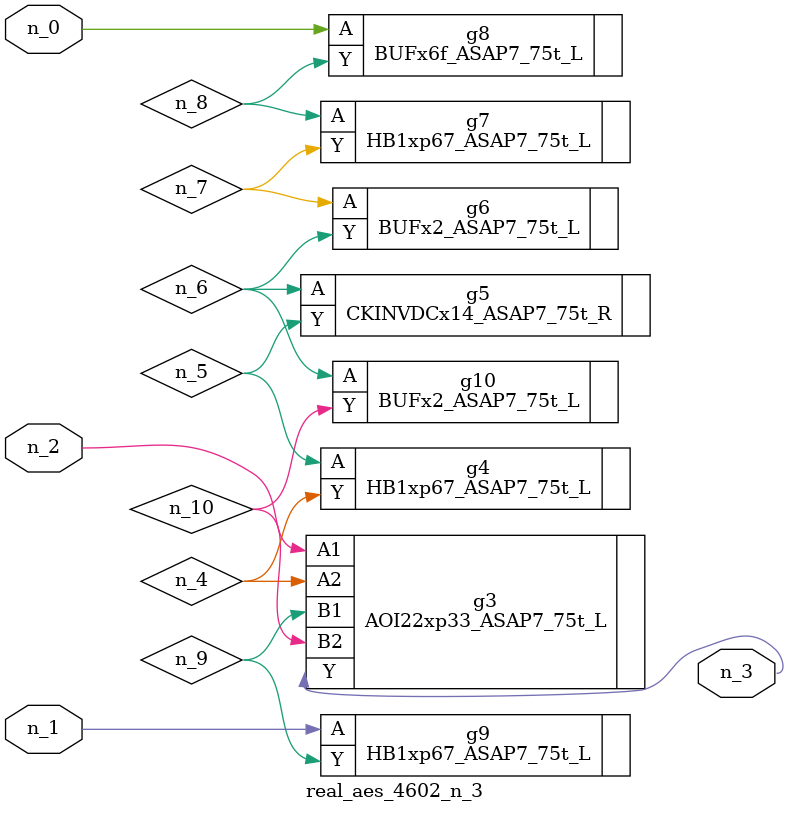
<source format=v>
module real_aes_4602_n_3 (n_0, n_2, n_1, n_3);
input n_0;
input n_2;
input n_1;
output n_3;
wire n_4;
wire n_5;
wire n_7;
wire n_9;
wire n_6;
wire n_8;
wire n_10;
BUFx6f_ASAP7_75t_L g8 ( .A(n_0), .Y(n_8) );
HB1xp67_ASAP7_75t_L g9 ( .A(n_1), .Y(n_9) );
AOI22xp33_ASAP7_75t_L g3 ( .A1(n_2), .A2(n_4), .B1(n_9), .B2(n_10), .Y(n_3) );
HB1xp67_ASAP7_75t_L g4 ( .A(n_5), .Y(n_4) );
CKINVDCx14_ASAP7_75t_R g5 ( .A(n_6), .Y(n_5) );
BUFx2_ASAP7_75t_L g10 ( .A(n_6), .Y(n_10) );
BUFx2_ASAP7_75t_L g6 ( .A(n_7), .Y(n_6) );
HB1xp67_ASAP7_75t_L g7 ( .A(n_8), .Y(n_7) );
endmodule
</source>
